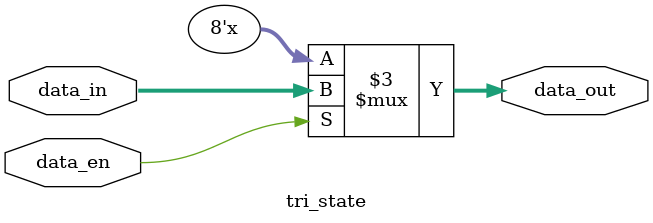
<source format=v>
`default_nettype none

module tri_state #(
    parameter width = 8
    )
    (
    input wire [width - 1:0] data_in,
    input wire data_en,
    output reg [width - 1:0] data_out
    );
    always@(*) begin
    if(data_en)
        data_out = data_in;
    else
        data_out = 8'bzzzz_zzzz;
    end
    
endmodule

</source>
